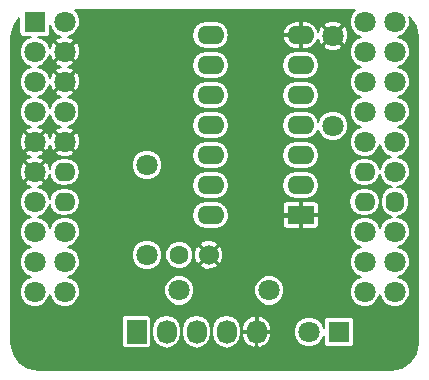
<source format=gtl>
G04 #@! TF.FileFunction,Copper,L1,Top,Signal*
%FSLAX46Y46*%
G04 Gerber Fmt 4.6, Leading zero omitted, Abs format (unit mm)*
G04 Created by KiCad (PCBNEW (2015-08-16 BZR 6096)-product) date 16/08/2015 20:52:47*
%MOMM*%
G01*
G04 APERTURE LIST*
%ADD10C,0.200000*%
%ADD11O,1.727200X2.032000*%
%ADD12R,1.727200X2.032000*%
%ADD13R,1.800000X1.800000*%
%ADD14C,1.800000*%
%ADD15O,1.800000X1.600000*%
%ADD16O,1.600000X1.800000*%
%ADD17R,2.286000X1.574800*%
%ADD18O,2.286000X1.574800*%
%ADD19C,1.600000*%
%ADD20C,1.700000*%
%ADD21C,0.400000*%
%ADD22C,0.300000*%
%ADD23C,0.350000*%
%ADD24C,0.250000*%
G04 APERTURE END LIST*
D10*
D11*
X183790000Y-135500000D03*
X181250000Y-135500000D03*
X178710000Y-135500000D03*
X176170000Y-135500000D03*
D12*
X173630000Y-135500000D03*
D13*
X165000000Y-109250000D03*
D14*
X167540000Y-109250000D03*
X165000000Y-111790000D03*
X167540000Y-111790000D03*
X165000000Y-114330000D03*
X167540000Y-114330000D03*
X165000000Y-116870000D03*
X167540000Y-116870000D03*
X165000000Y-119410000D03*
X167540000Y-119410000D03*
X165000000Y-121950000D03*
D15*
X167540000Y-121950000D03*
D14*
X165000000Y-124490000D03*
D15*
X167540000Y-124490000D03*
D14*
X165000000Y-127030000D03*
X167540000Y-127030000D03*
X165000000Y-129570000D03*
X167540000Y-129570000D03*
X165000000Y-132110000D03*
X167540000Y-132110000D03*
X195480000Y-132110000D03*
X192940000Y-132110000D03*
X195480000Y-129570000D03*
X192940000Y-129570000D03*
X195480000Y-127030000D03*
X192940000Y-127030000D03*
D16*
X195480000Y-124490000D03*
D15*
X192940000Y-124490000D03*
D14*
X195480000Y-121950000D03*
D15*
X192940000Y-121950000D03*
D14*
X195480000Y-119410000D03*
X192940000Y-119410000D03*
X195480000Y-116870000D03*
X192940000Y-116870000D03*
X195480000Y-114330000D03*
X192940000Y-114330000D03*
X195480000Y-111790000D03*
X192940000Y-111790000D03*
X195480000Y-109250000D03*
X192940000Y-109250000D03*
D17*
X187521746Y-125636521D03*
D18*
X187521746Y-123096521D03*
X187521746Y-120556521D03*
X187521746Y-118016521D03*
X187521746Y-115476521D03*
X187521746Y-112936521D03*
X187521746Y-110396521D03*
X179901746Y-110396521D03*
X179901746Y-112936521D03*
X179901746Y-115476521D03*
X179901746Y-118016521D03*
X179901746Y-120556521D03*
X179901746Y-123096521D03*
X179901746Y-125636521D03*
D13*
X190770000Y-135500000D03*
D14*
X188230000Y-135500000D03*
D19*
X177250000Y-129000000D03*
D20*
X179750000Y-129000000D03*
D14*
X174500000Y-121380000D03*
X174500000Y-129000000D03*
X177250000Y-132000000D03*
X184870000Y-132000000D03*
X190250000Y-118060000D03*
X190250000Y-110440000D03*
D21*
X181250000Y-127500000D02*
X183500000Y-127500000D01*
X183500000Y-127500000D02*
X185363479Y-125636521D01*
D22*
X183790000Y-135500000D02*
X183790000Y-133040000D01*
X183790000Y-133040000D02*
X179750000Y-129000000D01*
D23*
X179750000Y-129000000D02*
X181250000Y-127500000D01*
D22*
X185363479Y-125636521D02*
X185250000Y-125523042D01*
X185250000Y-125523042D02*
X185250000Y-110750000D01*
X185250000Y-110750000D02*
X185603479Y-110396521D01*
X185603479Y-110396521D02*
X187521746Y-110396521D01*
X186712625Y-108500000D02*
X170830000Y-108500000D01*
X170830000Y-108500000D02*
X167540000Y-111790000D01*
X187521746Y-110396521D02*
X187521746Y-109309121D01*
X187521746Y-109309121D02*
X186712625Y-108500000D01*
X167540000Y-114330000D02*
X168439999Y-113430001D01*
X168439999Y-113430001D02*
X168439999Y-112689999D01*
X168439999Y-112689999D02*
X167540000Y-111790000D01*
X167540000Y-119410000D02*
X168840001Y-118109999D01*
X168840001Y-118109999D02*
X168840001Y-115630001D01*
X168840001Y-115630001D02*
X168439999Y-115229999D01*
X168439999Y-115229999D02*
X167540000Y-114330000D01*
X165000000Y-119410000D02*
X165899999Y-120309999D01*
X165899999Y-120309999D02*
X166640001Y-120309999D01*
X166640001Y-120309999D02*
X167540000Y-119410000D01*
X165000000Y-121950000D02*
X163715292Y-120665292D01*
X164100001Y-120309999D02*
X164070585Y-120309999D01*
X165000000Y-119410000D02*
X164100001Y-120309999D01*
X164070585Y-120309999D02*
X163715292Y-120665292D01*
D21*
X185363479Y-125636521D02*
X187521746Y-125636521D01*
D22*
X192940000Y-124490000D02*
X192940000Y-124560000D01*
D24*
X167540000Y-124490000D02*
X167550000Y-124500000D01*
D10*
G36*
X191855501Y-108523991D02*
X191660222Y-108994275D01*
X191659778Y-109503491D01*
X191854236Y-109974115D01*
X192213991Y-110334499D01*
X192661247Y-110520216D01*
X192215885Y-110704236D01*
X191855501Y-111063991D01*
X191660222Y-111534275D01*
X191659778Y-112043491D01*
X191854236Y-112514115D01*
X192213991Y-112874499D01*
X192661247Y-113060216D01*
X192215885Y-113244236D01*
X191855501Y-113603991D01*
X191660222Y-114074275D01*
X191659778Y-114583491D01*
X191854236Y-115054115D01*
X192213991Y-115414499D01*
X192661247Y-115600216D01*
X192215885Y-115784236D01*
X191855501Y-116143991D01*
X191660222Y-116614275D01*
X191659778Y-117123491D01*
X191854236Y-117594115D01*
X192213991Y-117954499D01*
X192661247Y-118140216D01*
X192215885Y-118324236D01*
X191855501Y-118683991D01*
X191660222Y-119154275D01*
X191659778Y-119663491D01*
X191854236Y-120134115D01*
X192213991Y-120494499D01*
X192684275Y-120689778D01*
X193193491Y-120690222D01*
X193664115Y-120495764D01*
X194024499Y-120136009D01*
X194210216Y-119688753D01*
X194394236Y-120134115D01*
X194753991Y-120494499D01*
X195201247Y-120680216D01*
X194755885Y-120864236D01*
X194395501Y-121223991D01*
X194200222Y-121694275D01*
X194200196Y-121724367D01*
X194155255Y-121498434D01*
X193899463Y-121115614D01*
X193516643Y-120859822D01*
X193065077Y-120770000D01*
X192814923Y-120770000D01*
X192363357Y-120859822D01*
X191980537Y-121115614D01*
X191724745Y-121498434D01*
X191634923Y-121950000D01*
X191724745Y-122401566D01*
X191980537Y-122784386D01*
X192363357Y-123040178D01*
X192814923Y-123130000D01*
X193065077Y-123130000D01*
X193516643Y-123040178D01*
X193899463Y-122784386D01*
X194155255Y-122401566D01*
X194199801Y-122177620D01*
X194199778Y-122203491D01*
X194394236Y-122674115D01*
X194753991Y-123034499D01*
X195224275Y-123229778D01*
X195254367Y-123229804D01*
X195028434Y-123274745D01*
X194645614Y-123530537D01*
X194389822Y-123913357D01*
X194300000Y-124364923D01*
X194300000Y-124615077D01*
X194389822Y-125066643D01*
X194645614Y-125449463D01*
X195028434Y-125705255D01*
X195252380Y-125749801D01*
X195226509Y-125749778D01*
X194755885Y-125944236D01*
X194395501Y-126303991D01*
X194209784Y-126751247D01*
X194025764Y-126305885D01*
X193666009Y-125945501D01*
X193195725Y-125750222D01*
X192686509Y-125749778D01*
X192215885Y-125944236D01*
X191855501Y-126303991D01*
X191660222Y-126774275D01*
X191659778Y-127283491D01*
X191854236Y-127754115D01*
X192213991Y-128114499D01*
X192661247Y-128300216D01*
X192215885Y-128484236D01*
X191855501Y-128843991D01*
X191660222Y-129314275D01*
X191659778Y-129823491D01*
X191854236Y-130294115D01*
X192213991Y-130654499D01*
X192661247Y-130840216D01*
X192215885Y-131024236D01*
X191855501Y-131383991D01*
X191660222Y-131854275D01*
X191659778Y-132363491D01*
X191854236Y-132834115D01*
X192213991Y-133194499D01*
X192684275Y-133389778D01*
X193193491Y-133390222D01*
X193664115Y-133195764D01*
X194024499Y-132836009D01*
X194210216Y-132388753D01*
X194394236Y-132834115D01*
X194753991Y-133194499D01*
X195224275Y-133389778D01*
X195733491Y-133390222D01*
X196204115Y-133195764D01*
X196564499Y-132836009D01*
X196759778Y-132365725D01*
X196760222Y-131856509D01*
X196565764Y-131385885D01*
X196206009Y-131025501D01*
X195758753Y-130839784D01*
X196204115Y-130655764D01*
X196564499Y-130296009D01*
X196759778Y-129825725D01*
X196760222Y-129316509D01*
X196565764Y-128845885D01*
X196206009Y-128485501D01*
X195758753Y-128299784D01*
X196204115Y-128115764D01*
X196564499Y-127756009D01*
X196759778Y-127285725D01*
X196760222Y-126776509D01*
X196565764Y-126305885D01*
X196206009Y-125945501D01*
X195735725Y-125750222D01*
X195705633Y-125750196D01*
X195931566Y-125705255D01*
X196314386Y-125449463D01*
X196570178Y-125066643D01*
X196660000Y-124615077D01*
X196660000Y-124364923D01*
X196570178Y-123913357D01*
X196314386Y-123530537D01*
X195931566Y-123274745D01*
X195707620Y-123230199D01*
X195733491Y-123230222D01*
X196204115Y-123035764D01*
X196564499Y-122676009D01*
X196759778Y-122205725D01*
X196760222Y-121696509D01*
X196565764Y-121225885D01*
X196206009Y-120865501D01*
X195758753Y-120679784D01*
X196204115Y-120495764D01*
X196564499Y-120136009D01*
X196759778Y-119665725D01*
X196760222Y-119156509D01*
X196565764Y-118685885D01*
X196206009Y-118325501D01*
X195758753Y-118139784D01*
X196204115Y-117955764D01*
X196564499Y-117596009D01*
X196759778Y-117125725D01*
X196760222Y-116616509D01*
X196565764Y-116145885D01*
X196206009Y-115785501D01*
X195758753Y-115599784D01*
X196204115Y-115415764D01*
X196564499Y-115056009D01*
X196759778Y-114585725D01*
X196760222Y-114076509D01*
X196565764Y-113605885D01*
X196206009Y-113245501D01*
X195758753Y-113059784D01*
X196204115Y-112875764D01*
X196564499Y-112516009D01*
X196759778Y-112045725D01*
X196760222Y-111536509D01*
X196565764Y-111065885D01*
X196206009Y-110705501D01*
X195758753Y-110519784D01*
X196204115Y-110335764D01*
X196564499Y-109976009D01*
X196759778Y-109505725D01*
X196760222Y-108996509D01*
X196709963Y-108874873D01*
X196808971Y-108941029D01*
X197286895Y-109656290D01*
X197470000Y-110576821D01*
X197470000Y-136423179D01*
X197286895Y-137343710D01*
X196808971Y-138058971D01*
X196093710Y-138536894D01*
X195173175Y-138720000D01*
X165326821Y-138720000D01*
X164406290Y-138536895D01*
X163691029Y-138058971D01*
X163213106Y-137343710D01*
X163030000Y-136423175D01*
X163030000Y-134484000D01*
X172378956Y-134484000D01*
X172378956Y-136516000D01*
X172405453Y-136656819D01*
X172488677Y-136786153D01*
X172615663Y-136872919D01*
X172766400Y-136903444D01*
X174493600Y-136903444D01*
X174634419Y-136876947D01*
X174763753Y-136793723D01*
X174850519Y-136666737D01*
X174881044Y-136516000D01*
X174881044Y-135320251D01*
X174926400Y-135320251D01*
X174926400Y-135679749D01*
X175021063Y-136155654D01*
X175290642Y-136559107D01*
X175694095Y-136828686D01*
X176170000Y-136923349D01*
X176645905Y-136828686D01*
X177049358Y-136559107D01*
X177318937Y-136155654D01*
X177413600Y-135679749D01*
X177413600Y-135320251D01*
X177466400Y-135320251D01*
X177466400Y-135679749D01*
X177561063Y-136155654D01*
X177830642Y-136559107D01*
X178234095Y-136828686D01*
X178710000Y-136923349D01*
X179185905Y-136828686D01*
X179589358Y-136559107D01*
X179858937Y-136155654D01*
X179953600Y-135679749D01*
X179953600Y-135320251D01*
X180006400Y-135320251D01*
X180006400Y-135679749D01*
X180101063Y-136155654D01*
X180370642Y-136559107D01*
X180774095Y-136828686D01*
X181250000Y-136923349D01*
X181725905Y-136828686D01*
X182129358Y-136559107D01*
X182398937Y-136155654D01*
X182493600Y-135679749D01*
X182493600Y-135575000D01*
X182546400Y-135575000D01*
X182546400Y-135727400D01*
X182669765Y-136197596D01*
X182963675Y-136584791D01*
X183383386Y-136830038D01*
X183521736Y-136866721D01*
X183715000Y-136798549D01*
X183715000Y-135575000D01*
X183865000Y-135575000D01*
X183865000Y-136798549D01*
X184058264Y-136866721D01*
X184196614Y-136830038D01*
X184616325Y-136584791D01*
X184910235Y-136197596D01*
X185026754Y-135753491D01*
X186949778Y-135753491D01*
X187144236Y-136224115D01*
X187503991Y-136584499D01*
X187974275Y-136779778D01*
X188483491Y-136780222D01*
X188954115Y-136585764D01*
X189314499Y-136226009D01*
X189482556Y-135821283D01*
X189482556Y-136400000D01*
X189509053Y-136540819D01*
X189592277Y-136670153D01*
X189719263Y-136756919D01*
X189870000Y-136787444D01*
X191670000Y-136787444D01*
X191810819Y-136760947D01*
X191940153Y-136677723D01*
X192026919Y-136550737D01*
X192057444Y-136400000D01*
X192057444Y-134600000D01*
X192030947Y-134459181D01*
X191947723Y-134329847D01*
X191820737Y-134243081D01*
X191670000Y-134212556D01*
X189870000Y-134212556D01*
X189729181Y-134239053D01*
X189599847Y-134322277D01*
X189513081Y-134449263D01*
X189482556Y-134600000D01*
X189482556Y-135179552D01*
X189315764Y-134775885D01*
X188956009Y-134415501D01*
X188485725Y-134220222D01*
X187976509Y-134219778D01*
X187505885Y-134414236D01*
X187145501Y-134773991D01*
X186950222Y-135244275D01*
X186949778Y-135753491D01*
X185026754Y-135753491D01*
X185033600Y-135727400D01*
X185033600Y-135575000D01*
X183865000Y-135575000D01*
X183715000Y-135575000D01*
X182546400Y-135575000D01*
X182493600Y-135575000D01*
X182493600Y-135320251D01*
X182484122Y-135272600D01*
X182546400Y-135272600D01*
X182546400Y-135425000D01*
X183715000Y-135425000D01*
X183715000Y-134201451D01*
X183865000Y-134201451D01*
X183865000Y-135425000D01*
X185033600Y-135425000D01*
X185033600Y-135272600D01*
X184910235Y-134802404D01*
X184616325Y-134415209D01*
X184196614Y-134169962D01*
X184058264Y-134133279D01*
X183865000Y-134201451D01*
X183715000Y-134201451D01*
X183521736Y-134133279D01*
X183383386Y-134169962D01*
X182963675Y-134415209D01*
X182669765Y-134802404D01*
X182546400Y-135272600D01*
X182484122Y-135272600D01*
X182398937Y-134844346D01*
X182129358Y-134440893D01*
X181725905Y-134171314D01*
X181250000Y-134076651D01*
X180774095Y-134171314D01*
X180370642Y-134440893D01*
X180101063Y-134844346D01*
X180006400Y-135320251D01*
X179953600Y-135320251D01*
X179858937Y-134844346D01*
X179589358Y-134440893D01*
X179185905Y-134171314D01*
X178710000Y-134076651D01*
X178234095Y-134171314D01*
X177830642Y-134440893D01*
X177561063Y-134844346D01*
X177466400Y-135320251D01*
X177413600Y-135320251D01*
X177318937Y-134844346D01*
X177049358Y-134440893D01*
X176645905Y-134171314D01*
X176170000Y-134076651D01*
X175694095Y-134171314D01*
X175290642Y-134440893D01*
X175021063Y-134844346D01*
X174926400Y-135320251D01*
X174881044Y-135320251D01*
X174881044Y-134484000D01*
X174854547Y-134343181D01*
X174771323Y-134213847D01*
X174644337Y-134127081D01*
X174493600Y-134096556D01*
X172766400Y-134096556D01*
X172625581Y-134123053D01*
X172496247Y-134206277D01*
X172409481Y-134333263D01*
X172378956Y-134484000D01*
X163030000Y-134484000D01*
X163030000Y-124743491D01*
X163719778Y-124743491D01*
X163914236Y-125214115D01*
X164273991Y-125574499D01*
X164721247Y-125760216D01*
X164275885Y-125944236D01*
X163915501Y-126303991D01*
X163720222Y-126774275D01*
X163719778Y-127283491D01*
X163914236Y-127754115D01*
X164273991Y-128114499D01*
X164721247Y-128300216D01*
X164275885Y-128484236D01*
X163915501Y-128843991D01*
X163720222Y-129314275D01*
X163719778Y-129823491D01*
X163914236Y-130294115D01*
X164273991Y-130654499D01*
X164721247Y-130840216D01*
X164275885Y-131024236D01*
X163915501Y-131383991D01*
X163720222Y-131854275D01*
X163719778Y-132363491D01*
X163914236Y-132834115D01*
X164273991Y-133194499D01*
X164744275Y-133389778D01*
X165253491Y-133390222D01*
X165724115Y-133195764D01*
X166084499Y-132836009D01*
X166270216Y-132388753D01*
X166454236Y-132834115D01*
X166813991Y-133194499D01*
X167284275Y-133389778D01*
X167793491Y-133390222D01*
X168264115Y-133195764D01*
X168624499Y-132836009D01*
X168819778Y-132365725D01*
X168819875Y-132253491D01*
X175969778Y-132253491D01*
X176164236Y-132724115D01*
X176523991Y-133084499D01*
X176994275Y-133279778D01*
X177503491Y-133280222D01*
X177974115Y-133085764D01*
X178334499Y-132726009D01*
X178529778Y-132255725D01*
X178529779Y-132253491D01*
X183589778Y-132253491D01*
X183784236Y-132724115D01*
X184143991Y-133084499D01*
X184614275Y-133279778D01*
X185123491Y-133280222D01*
X185594115Y-133085764D01*
X185954499Y-132726009D01*
X186149778Y-132255725D01*
X186150222Y-131746509D01*
X185955764Y-131275885D01*
X185596009Y-130915501D01*
X185125725Y-130720222D01*
X184616509Y-130719778D01*
X184145885Y-130914236D01*
X183785501Y-131273991D01*
X183590222Y-131744275D01*
X183589778Y-132253491D01*
X178529779Y-132253491D01*
X178530222Y-131746509D01*
X178335764Y-131275885D01*
X177976009Y-130915501D01*
X177505725Y-130720222D01*
X176996509Y-130719778D01*
X176525885Y-130914236D01*
X176165501Y-131273991D01*
X175970222Y-131744275D01*
X175969778Y-132253491D01*
X168819875Y-132253491D01*
X168820222Y-131856509D01*
X168625764Y-131385885D01*
X168266009Y-131025501D01*
X167818753Y-130839784D01*
X168264115Y-130655764D01*
X168624499Y-130296009D01*
X168819778Y-129825725D01*
X168820222Y-129316509D01*
X168794184Y-129253491D01*
X173219778Y-129253491D01*
X173414236Y-129724115D01*
X173773991Y-130084499D01*
X174244275Y-130279778D01*
X174753491Y-130280222D01*
X175224115Y-130085764D01*
X175584499Y-129726009D01*
X175779778Y-129255725D01*
X175779797Y-129233687D01*
X176069795Y-129233687D01*
X176249061Y-129667543D01*
X176580711Y-129999772D01*
X177014254Y-130179795D01*
X177483687Y-130180205D01*
X177917543Y-130000939D01*
X178047787Y-129870921D01*
X178985145Y-129870921D01*
X179074856Y-130056853D01*
X179530688Y-130234771D01*
X180019909Y-130224707D01*
X180425144Y-130056853D01*
X180514855Y-129870921D01*
X179750000Y-129106066D01*
X178985145Y-129870921D01*
X178047787Y-129870921D01*
X178249772Y-129669289D01*
X178429795Y-129235746D01*
X178430192Y-128780688D01*
X178515229Y-128780688D01*
X178525293Y-129269909D01*
X178693147Y-129675144D01*
X178879079Y-129764855D01*
X179643934Y-129000000D01*
X179856066Y-129000000D01*
X180620921Y-129764855D01*
X180806853Y-129675144D01*
X180984771Y-129219312D01*
X180974707Y-128730091D01*
X180806853Y-128324856D01*
X180620921Y-128235145D01*
X179856066Y-129000000D01*
X179643934Y-129000000D01*
X178879079Y-128235145D01*
X178693147Y-128324856D01*
X178515229Y-128780688D01*
X178430192Y-128780688D01*
X178430205Y-128766313D01*
X178250939Y-128332457D01*
X178047916Y-128129079D01*
X178985145Y-128129079D01*
X179750000Y-128893934D01*
X180514855Y-128129079D01*
X180425144Y-127943147D01*
X179969312Y-127765229D01*
X179480091Y-127775293D01*
X179074856Y-127943147D01*
X178985145Y-128129079D01*
X178047916Y-128129079D01*
X177919289Y-128000228D01*
X177485746Y-127820205D01*
X177016313Y-127819795D01*
X176582457Y-127999061D01*
X176250228Y-128330711D01*
X176070205Y-128764254D01*
X176069795Y-129233687D01*
X175779797Y-129233687D01*
X175780222Y-128746509D01*
X175585764Y-128275885D01*
X175226009Y-127915501D01*
X174755725Y-127720222D01*
X174246509Y-127719778D01*
X173775885Y-127914236D01*
X173415501Y-128273991D01*
X173220222Y-128744275D01*
X173219778Y-129253491D01*
X168794184Y-129253491D01*
X168625764Y-128845885D01*
X168266009Y-128485501D01*
X167818753Y-128299784D01*
X168264115Y-128115764D01*
X168624499Y-127756009D01*
X168819778Y-127285725D01*
X168820222Y-126776509D01*
X168625764Y-126305885D01*
X168266009Y-125945501D01*
X167795725Y-125750222D01*
X167286509Y-125749778D01*
X166815885Y-125944236D01*
X166455501Y-126303991D01*
X166269784Y-126751247D01*
X166085764Y-126305885D01*
X165726009Y-125945501D01*
X165278753Y-125759784D01*
X165724115Y-125575764D01*
X166084499Y-125216009D01*
X166279778Y-124745725D01*
X166279804Y-124715633D01*
X166324745Y-124941566D01*
X166580537Y-125324386D01*
X166963357Y-125580178D01*
X167414923Y-125670000D01*
X167665077Y-125670000D01*
X167833387Y-125636521D01*
X178348909Y-125636521D01*
X178437772Y-126083266D01*
X178690833Y-126461997D01*
X179069564Y-126715058D01*
X179516309Y-126803921D01*
X180287183Y-126803921D01*
X180733928Y-126715058D01*
X181112659Y-126461997D01*
X181365720Y-126083266D01*
X181420767Y-125806521D01*
X185998746Y-125806521D01*
X185998746Y-126499508D01*
X186056598Y-126639174D01*
X186163494Y-126746070D01*
X186303160Y-126803921D01*
X187351746Y-126803921D01*
X187446746Y-126708921D01*
X187446746Y-125711521D01*
X187596746Y-125711521D01*
X187596746Y-126708921D01*
X187691746Y-126803921D01*
X188740332Y-126803921D01*
X188879998Y-126746070D01*
X188986894Y-126639174D01*
X189044746Y-126499508D01*
X189044746Y-125806521D01*
X188949746Y-125711521D01*
X187596746Y-125711521D01*
X187446746Y-125711521D01*
X186093746Y-125711521D01*
X185998746Y-125806521D01*
X181420767Y-125806521D01*
X181454583Y-125636521D01*
X181365720Y-125189776D01*
X181112659Y-124811045D01*
X181056521Y-124773534D01*
X185998746Y-124773534D01*
X185998746Y-125466521D01*
X186093746Y-125561521D01*
X187446746Y-125561521D01*
X187446746Y-124564121D01*
X187596746Y-124564121D01*
X187596746Y-125561521D01*
X188949746Y-125561521D01*
X189044746Y-125466521D01*
X189044746Y-124773534D01*
X188986894Y-124633868D01*
X188879998Y-124526972D01*
X188790739Y-124490000D01*
X191634923Y-124490000D01*
X191724745Y-124941566D01*
X191980537Y-125324386D01*
X192363357Y-125580178D01*
X192814923Y-125670000D01*
X193065077Y-125670000D01*
X193516643Y-125580178D01*
X193899463Y-125324386D01*
X194155255Y-124941566D01*
X194245077Y-124490000D01*
X194155255Y-124038434D01*
X193899463Y-123655614D01*
X193516643Y-123399822D01*
X193065077Y-123310000D01*
X192814923Y-123310000D01*
X192363357Y-123399822D01*
X191980537Y-123655614D01*
X191724745Y-124038434D01*
X191634923Y-124490000D01*
X188790739Y-124490000D01*
X188740332Y-124469121D01*
X187691746Y-124469121D01*
X187596746Y-124564121D01*
X187446746Y-124564121D01*
X187351746Y-124469121D01*
X186303160Y-124469121D01*
X186163494Y-124526972D01*
X186056598Y-124633868D01*
X185998746Y-124773534D01*
X181056521Y-124773534D01*
X180733928Y-124557984D01*
X180287183Y-124469121D01*
X179516309Y-124469121D01*
X179069564Y-124557984D01*
X178690833Y-124811045D01*
X178437772Y-125189776D01*
X178348909Y-125636521D01*
X167833387Y-125636521D01*
X168116643Y-125580178D01*
X168499463Y-125324386D01*
X168755255Y-124941566D01*
X168845077Y-124490000D01*
X168755255Y-124038434D01*
X168499463Y-123655614D01*
X168116643Y-123399822D01*
X167665077Y-123310000D01*
X167414923Y-123310000D01*
X166963357Y-123399822D01*
X166580537Y-123655614D01*
X166324745Y-124038434D01*
X166280199Y-124262380D01*
X166280222Y-124236509D01*
X166085764Y-123765885D01*
X165726009Y-123405501D01*
X165284790Y-123222291D01*
X165705161Y-123048168D01*
X165800976Y-122857042D01*
X165000000Y-122056066D01*
X164199024Y-122857042D01*
X164294839Y-123048168D01*
X164726785Y-123217928D01*
X164275885Y-123404236D01*
X163915501Y-123763991D01*
X163720222Y-124234275D01*
X163719778Y-124743491D01*
X163030000Y-124743491D01*
X163030000Y-121718768D01*
X163715572Y-121718768D01*
X163724855Y-122227899D01*
X163901832Y-122655161D01*
X164092958Y-122750976D01*
X164893934Y-121950000D01*
X165106066Y-121950000D01*
X165907042Y-122750976D01*
X166098168Y-122655161D01*
X166282097Y-122187162D01*
X166324745Y-122401566D01*
X166580537Y-122784386D01*
X166963357Y-123040178D01*
X167414923Y-123130000D01*
X167665077Y-123130000D01*
X167833387Y-123096521D01*
X178348909Y-123096521D01*
X178437772Y-123543266D01*
X178690833Y-123921997D01*
X179069564Y-124175058D01*
X179516309Y-124263921D01*
X180287183Y-124263921D01*
X180733928Y-124175058D01*
X181112659Y-123921997D01*
X181365720Y-123543266D01*
X181454583Y-123096521D01*
X185968909Y-123096521D01*
X186057772Y-123543266D01*
X186310833Y-123921997D01*
X186689564Y-124175058D01*
X187136309Y-124263921D01*
X187907183Y-124263921D01*
X188353928Y-124175058D01*
X188732659Y-123921997D01*
X188985720Y-123543266D01*
X189074583Y-123096521D01*
X188985720Y-122649776D01*
X188732659Y-122271045D01*
X188353928Y-122017984D01*
X187907183Y-121929121D01*
X187136309Y-121929121D01*
X186689564Y-122017984D01*
X186310833Y-122271045D01*
X186057772Y-122649776D01*
X185968909Y-123096521D01*
X181454583Y-123096521D01*
X181365720Y-122649776D01*
X181112659Y-122271045D01*
X180733928Y-122017984D01*
X180287183Y-121929121D01*
X179516309Y-121929121D01*
X179069564Y-122017984D01*
X178690833Y-122271045D01*
X178437772Y-122649776D01*
X178348909Y-123096521D01*
X167833387Y-123096521D01*
X168116643Y-123040178D01*
X168499463Y-122784386D01*
X168755255Y-122401566D01*
X168845077Y-121950000D01*
X168782120Y-121633491D01*
X173219778Y-121633491D01*
X173414236Y-122104115D01*
X173773991Y-122464499D01*
X174244275Y-122659778D01*
X174753491Y-122660222D01*
X175224115Y-122465764D01*
X175584499Y-122106009D01*
X175779778Y-121635725D01*
X175780222Y-121126509D01*
X175585764Y-120655885D01*
X175486574Y-120556521D01*
X178348909Y-120556521D01*
X178437772Y-121003266D01*
X178690833Y-121381997D01*
X179069564Y-121635058D01*
X179516309Y-121723921D01*
X180287183Y-121723921D01*
X180733928Y-121635058D01*
X181112659Y-121381997D01*
X181365720Y-121003266D01*
X181454583Y-120556521D01*
X185968909Y-120556521D01*
X186057772Y-121003266D01*
X186310833Y-121381997D01*
X186689564Y-121635058D01*
X187136309Y-121723921D01*
X187907183Y-121723921D01*
X188353928Y-121635058D01*
X188732659Y-121381997D01*
X188985720Y-121003266D01*
X189074583Y-120556521D01*
X188985720Y-120109776D01*
X188732659Y-119731045D01*
X188353928Y-119477984D01*
X187907183Y-119389121D01*
X187136309Y-119389121D01*
X186689564Y-119477984D01*
X186310833Y-119731045D01*
X186057772Y-120109776D01*
X185968909Y-120556521D01*
X181454583Y-120556521D01*
X181365720Y-120109776D01*
X181112659Y-119731045D01*
X180733928Y-119477984D01*
X180287183Y-119389121D01*
X179516309Y-119389121D01*
X179069564Y-119477984D01*
X178690833Y-119731045D01*
X178437772Y-120109776D01*
X178348909Y-120556521D01*
X175486574Y-120556521D01*
X175226009Y-120295501D01*
X174755725Y-120100222D01*
X174246509Y-120099778D01*
X173775885Y-120294236D01*
X173415501Y-120653991D01*
X173220222Y-121124275D01*
X173219778Y-121633491D01*
X168782120Y-121633491D01*
X168755255Y-121498434D01*
X168499463Y-121115614D01*
X168116643Y-120859822D01*
X167665077Y-120770000D01*
X167414923Y-120770000D01*
X166963357Y-120859822D01*
X166580537Y-121115614D01*
X166324745Y-121498434D01*
X166276409Y-121741435D01*
X166275145Y-121672101D01*
X166098168Y-121244839D01*
X165907042Y-121149024D01*
X165106066Y-121950000D01*
X164893934Y-121950000D01*
X164092958Y-121149024D01*
X163901832Y-121244839D01*
X163715572Y-121718768D01*
X163030000Y-121718768D01*
X163030000Y-120317042D01*
X164199024Y-120317042D01*
X164294839Y-120508168D01*
X164720574Y-120675487D01*
X164294839Y-120851832D01*
X164199024Y-121042958D01*
X165000000Y-121843934D01*
X165800976Y-121042958D01*
X165705161Y-120851832D01*
X165279426Y-120684513D01*
X165705161Y-120508168D01*
X165800976Y-120317042D01*
X166739024Y-120317042D01*
X166834839Y-120508168D01*
X167308768Y-120694428D01*
X167817899Y-120685145D01*
X168245161Y-120508168D01*
X168340976Y-120317042D01*
X167540000Y-119516066D01*
X166739024Y-120317042D01*
X165800976Y-120317042D01*
X165000000Y-119516066D01*
X164199024Y-120317042D01*
X163030000Y-120317042D01*
X163030000Y-119178768D01*
X163715572Y-119178768D01*
X163724855Y-119687899D01*
X163901832Y-120115161D01*
X164092958Y-120210976D01*
X164893934Y-119410000D01*
X165106066Y-119410000D01*
X165907042Y-120210976D01*
X166098168Y-120115161D01*
X166265487Y-119689426D01*
X166441832Y-120115161D01*
X166632958Y-120210976D01*
X167433934Y-119410000D01*
X167646066Y-119410000D01*
X168447042Y-120210976D01*
X168638168Y-120115161D01*
X168824428Y-119641232D01*
X168815145Y-119132101D01*
X168638168Y-118704839D01*
X168447042Y-118609024D01*
X167646066Y-119410000D01*
X167433934Y-119410000D01*
X166632958Y-118609024D01*
X166441832Y-118704839D01*
X166274513Y-119130574D01*
X166098168Y-118704839D01*
X165907042Y-118609024D01*
X165106066Y-119410000D01*
X164893934Y-119410000D01*
X164092958Y-118609024D01*
X163901832Y-118704839D01*
X163715572Y-119178768D01*
X163030000Y-119178768D01*
X163030000Y-110576825D01*
X163213106Y-109656290D01*
X163691029Y-108941029D01*
X163712556Y-108926644D01*
X163712556Y-110150000D01*
X163739053Y-110290819D01*
X163822277Y-110420153D01*
X163949263Y-110506919D01*
X164100000Y-110537444D01*
X164679552Y-110537444D01*
X164275885Y-110704236D01*
X163915501Y-111063991D01*
X163720222Y-111534275D01*
X163719778Y-112043491D01*
X163914236Y-112514115D01*
X164273991Y-112874499D01*
X164721247Y-113060216D01*
X164275885Y-113244236D01*
X163915501Y-113603991D01*
X163720222Y-114074275D01*
X163719778Y-114583491D01*
X163914236Y-115054115D01*
X164273991Y-115414499D01*
X164721247Y-115600216D01*
X164275885Y-115784236D01*
X163915501Y-116143991D01*
X163720222Y-116614275D01*
X163719778Y-117123491D01*
X163914236Y-117594115D01*
X164273991Y-117954499D01*
X164715210Y-118137709D01*
X164294839Y-118311832D01*
X164199024Y-118502958D01*
X165000000Y-119303934D01*
X165800976Y-118502958D01*
X165705161Y-118311832D01*
X165273215Y-118142072D01*
X165724115Y-117955764D01*
X166084499Y-117596009D01*
X166270216Y-117148753D01*
X166454236Y-117594115D01*
X166813991Y-117954499D01*
X167255210Y-118137709D01*
X166834839Y-118311832D01*
X166739024Y-118502958D01*
X167540000Y-119303934D01*
X168340976Y-118502958D01*
X168245161Y-118311832D01*
X167813215Y-118142072D01*
X168117071Y-118016521D01*
X178348909Y-118016521D01*
X178437772Y-118463266D01*
X178690833Y-118841997D01*
X179069564Y-119095058D01*
X179516309Y-119183921D01*
X180287183Y-119183921D01*
X180733928Y-119095058D01*
X181112659Y-118841997D01*
X181365720Y-118463266D01*
X181454583Y-118016521D01*
X185968909Y-118016521D01*
X186057772Y-118463266D01*
X186310833Y-118841997D01*
X186689564Y-119095058D01*
X187136309Y-119183921D01*
X187907183Y-119183921D01*
X188353928Y-119095058D01*
X188732659Y-118841997D01*
X188985720Y-118463266D01*
X189000650Y-118388207D01*
X189164236Y-118784115D01*
X189523991Y-119144499D01*
X189994275Y-119339778D01*
X190503491Y-119340222D01*
X190974115Y-119145764D01*
X191334499Y-118786009D01*
X191529778Y-118315725D01*
X191530222Y-117806509D01*
X191335764Y-117335885D01*
X190976009Y-116975501D01*
X190505725Y-116780222D01*
X189996509Y-116779778D01*
X189525885Y-116974236D01*
X189165501Y-117333991D01*
X189012238Y-117703090D01*
X188985720Y-117569776D01*
X188732659Y-117191045D01*
X188353928Y-116937984D01*
X187907183Y-116849121D01*
X187136309Y-116849121D01*
X186689564Y-116937984D01*
X186310833Y-117191045D01*
X186057772Y-117569776D01*
X185968909Y-118016521D01*
X181454583Y-118016521D01*
X181365720Y-117569776D01*
X181112659Y-117191045D01*
X180733928Y-116937984D01*
X180287183Y-116849121D01*
X179516309Y-116849121D01*
X179069564Y-116937984D01*
X178690833Y-117191045D01*
X178437772Y-117569776D01*
X178348909Y-118016521D01*
X168117071Y-118016521D01*
X168264115Y-117955764D01*
X168624499Y-117596009D01*
X168819778Y-117125725D01*
X168820222Y-116616509D01*
X168625764Y-116145885D01*
X168266009Y-115785501D01*
X167824790Y-115602291D01*
X168128426Y-115476521D01*
X178348909Y-115476521D01*
X178437772Y-115923266D01*
X178690833Y-116301997D01*
X179069564Y-116555058D01*
X179516309Y-116643921D01*
X180287183Y-116643921D01*
X180733928Y-116555058D01*
X181112659Y-116301997D01*
X181365720Y-115923266D01*
X181454583Y-115476521D01*
X185968909Y-115476521D01*
X186057772Y-115923266D01*
X186310833Y-116301997D01*
X186689564Y-116555058D01*
X187136309Y-116643921D01*
X187907183Y-116643921D01*
X188353928Y-116555058D01*
X188732659Y-116301997D01*
X188985720Y-115923266D01*
X189074583Y-115476521D01*
X188985720Y-115029776D01*
X188732659Y-114651045D01*
X188353928Y-114397984D01*
X187907183Y-114309121D01*
X187136309Y-114309121D01*
X186689564Y-114397984D01*
X186310833Y-114651045D01*
X186057772Y-115029776D01*
X185968909Y-115476521D01*
X181454583Y-115476521D01*
X181365720Y-115029776D01*
X181112659Y-114651045D01*
X180733928Y-114397984D01*
X180287183Y-114309121D01*
X179516309Y-114309121D01*
X179069564Y-114397984D01*
X178690833Y-114651045D01*
X178437772Y-115029776D01*
X178348909Y-115476521D01*
X168128426Y-115476521D01*
X168245161Y-115428168D01*
X168340976Y-115237042D01*
X167540000Y-114436066D01*
X166739024Y-115237042D01*
X166834839Y-115428168D01*
X167266785Y-115597928D01*
X166815885Y-115784236D01*
X166455501Y-116143991D01*
X166269784Y-116591247D01*
X166085764Y-116145885D01*
X165726009Y-115785501D01*
X165278753Y-115599784D01*
X165724115Y-115415764D01*
X166084499Y-115056009D01*
X166267709Y-114614790D01*
X166441832Y-115035161D01*
X166632958Y-115130976D01*
X167433934Y-114330000D01*
X167646066Y-114330000D01*
X168447042Y-115130976D01*
X168638168Y-115035161D01*
X168824428Y-114561232D01*
X168815145Y-114052101D01*
X168638168Y-113624839D01*
X168447042Y-113529024D01*
X167646066Y-114330000D01*
X167433934Y-114330000D01*
X166632958Y-113529024D01*
X166441832Y-113624839D01*
X166272072Y-114056785D01*
X166085764Y-113605885D01*
X165726009Y-113245501D01*
X165278753Y-113059784D01*
X165724115Y-112875764D01*
X165903149Y-112697042D01*
X166739024Y-112697042D01*
X166834839Y-112888168D01*
X167260574Y-113055487D01*
X166834839Y-113231832D01*
X166739024Y-113422958D01*
X167540000Y-114223934D01*
X168340976Y-113422958D01*
X168245161Y-113231832D01*
X167819426Y-113064513D01*
X168128426Y-112936521D01*
X178348909Y-112936521D01*
X178437772Y-113383266D01*
X178690833Y-113761997D01*
X179069564Y-114015058D01*
X179516309Y-114103921D01*
X180287183Y-114103921D01*
X180733928Y-114015058D01*
X181112659Y-113761997D01*
X181365720Y-113383266D01*
X181454583Y-112936521D01*
X185968909Y-112936521D01*
X186057772Y-113383266D01*
X186310833Y-113761997D01*
X186689564Y-114015058D01*
X187136309Y-114103921D01*
X187907183Y-114103921D01*
X188353928Y-114015058D01*
X188732659Y-113761997D01*
X188985720Y-113383266D01*
X189074583Y-112936521D01*
X188985720Y-112489776D01*
X188732659Y-112111045D01*
X188353928Y-111857984D01*
X187907183Y-111769121D01*
X187136309Y-111769121D01*
X186689564Y-111857984D01*
X186310833Y-112111045D01*
X186057772Y-112489776D01*
X185968909Y-112936521D01*
X181454583Y-112936521D01*
X181365720Y-112489776D01*
X181112659Y-112111045D01*
X180733928Y-111857984D01*
X180287183Y-111769121D01*
X179516309Y-111769121D01*
X179069564Y-111857984D01*
X178690833Y-112111045D01*
X178437772Y-112489776D01*
X178348909Y-112936521D01*
X168128426Y-112936521D01*
X168245161Y-112888168D01*
X168340976Y-112697042D01*
X167540000Y-111896066D01*
X166739024Y-112697042D01*
X165903149Y-112697042D01*
X166084499Y-112516009D01*
X166267709Y-112074790D01*
X166441832Y-112495161D01*
X166632958Y-112590976D01*
X167433934Y-111790000D01*
X167646066Y-111790000D01*
X168447042Y-112590976D01*
X168638168Y-112495161D01*
X168824428Y-112021232D01*
X168815145Y-111512101D01*
X168638168Y-111084839D01*
X168447042Y-110989024D01*
X167646066Y-111790000D01*
X167433934Y-111790000D01*
X166632958Y-110989024D01*
X166441832Y-111084839D01*
X166272072Y-111516785D01*
X166085764Y-111065885D01*
X165726009Y-110705501D01*
X165321283Y-110537444D01*
X165900000Y-110537444D01*
X166040819Y-110510947D01*
X166170153Y-110427723D01*
X166256919Y-110300737D01*
X166287444Y-110150000D01*
X166287444Y-109570448D01*
X166454236Y-109974115D01*
X166813991Y-110334499D01*
X167255210Y-110517709D01*
X166834839Y-110691832D01*
X166739024Y-110882958D01*
X167540000Y-111683934D01*
X168340976Y-110882958D01*
X168245161Y-110691832D01*
X167813215Y-110522072D01*
X168117071Y-110396521D01*
X178348909Y-110396521D01*
X178437772Y-110843266D01*
X178690833Y-111221997D01*
X179069564Y-111475058D01*
X179516309Y-111563921D01*
X180287183Y-111563921D01*
X180733928Y-111475058D01*
X181112659Y-111221997D01*
X181365720Y-110843266D01*
X181403597Y-110652842D01*
X186027234Y-110652842D01*
X186058907Y-110773975D01*
X186287636Y-111168965D01*
X186650110Y-111446357D01*
X187091146Y-111563921D01*
X187446746Y-111563921D01*
X187446746Y-110471521D01*
X186096372Y-110471521D01*
X186027234Y-110652842D01*
X181403597Y-110652842D01*
X181454583Y-110396521D01*
X181403598Y-110140200D01*
X186027234Y-110140200D01*
X186096372Y-110321521D01*
X187446746Y-110321521D01*
X187446746Y-109229121D01*
X187596746Y-109229121D01*
X187596746Y-110321521D01*
X187616746Y-110321521D01*
X187616746Y-110471521D01*
X187596746Y-110471521D01*
X187596746Y-111563921D01*
X187952346Y-111563921D01*
X188393382Y-111446357D01*
X188523159Y-111347042D01*
X189449024Y-111347042D01*
X189544839Y-111538168D01*
X190018768Y-111724428D01*
X190527899Y-111715145D01*
X190955161Y-111538168D01*
X191050976Y-111347042D01*
X190250000Y-110546066D01*
X189449024Y-111347042D01*
X188523159Y-111347042D01*
X188755856Y-111168965D01*
X188984585Y-110773975D01*
X188989808Y-110753999D01*
X189151832Y-111145161D01*
X189342958Y-111240976D01*
X190143934Y-110440000D01*
X190356066Y-110440000D01*
X191157042Y-111240976D01*
X191348168Y-111145161D01*
X191534428Y-110671232D01*
X191525145Y-110162101D01*
X191348168Y-109734839D01*
X191157042Y-109639024D01*
X190356066Y-110440000D01*
X190143934Y-110440000D01*
X189342958Y-109639024D01*
X189151832Y-109734839D01*
X189006774Y-110103930D01*
X188984585Y-110019067D01*
X188755856Y-109624077D01*
X188636789Y-109532958D01*
X189449024Y-109532958D01*
X190250000Y-110333934D01*
X191050976Y-109532958D01*
X190955161Y-109341832D01*
X190481232Y-109155572D01*
X189972101Y-109164855D01*
X189544839Y-109341832D01*
X189449024Y-109532958D01*
X188636789Y-109532958D01*
X188393382Y-109346685D01*
X187952346Y-109229121D01*
X187596746Y-109229121D01*
X187446746Y-109229121D01*
X187091146Y-109229121D01*
X186650110Y-109346685D01*
X186287636Y-109624077D01*
X186058907Y-110019067D01*
X186027234Y-110140200D01*
X181403598Y-110140200D01*
X181365720Y-109949776D01*
X181112659Y-109571045D01*
X180733928Y-109317984D01*
X180287183Y-109229121D01*
X179516309Y-109229121D01*
X179069564Y-109317984D01*
X178690833Y-109571045D01*
X178437772Y-109949776D01*
X178348909Y-110396521D01*
X168117071Y-110396521D01*
X168264115Y-110335764D01*
X168624499Y-109976009D01*
X168819778Y-109505725D01*
X168820222Y-108996509D01*
X168625764Y-108525885D01*
X168380308Y-108280000D01*
X192099919Y-108280000D01*
X191855501Y-108523991D01*
X191855501Y-108523991D01*
G37*
X191855501Y-108523991D02*
X191660222Y-108994275D01*
X191659778Y-109503491D01*
X191854236Y-109974115D01*
X192213991Y-110334499D01*
X192661247Y-110520216D01*
X192215885Y-110704236D01*
X191855501Y-111063991D01*
X191660222Y-111534275D01*
X191659778Y-112043491D01*
X191854236Y-112514115D01*
X192213991Y-112874499D01*
X192661247Y-113060216D01*
X192215885Y-113244236D01*
X191855501Y-113603991D01*
X191660222Y-114074275D01*
X191659778Y-114583491D01*
X191854236Y-115054115D01*
X192213991Y-115414499D01*
X192661247Y-115600216D01*
X192215885Y-115784236D01*
X191855501Y-116143991D01*
X191660222Y-116614275D01*
X191659778Y-117123491D01*
X191854236Y-117594115D01*
X192213991Y-117954499D01*
X192661247Y-118140216D01*
X192215885Y-118324236D01*
X191855501Y-118683991D01*
X191660222Y-119154275D01*
X191659778Y-119663491D01*
X191854236Y-120134115D01*
X192213991Y-120494499D01*
X192684275Y-120689778D01*
X193193491Y-120690222D01*
X193664115Y-120495764D01*
X194024499Y-120136009D01*
X194210216Y-119688753D01*
X194394236Y-120134115D01*
X194753991Y-120494499D01*
X195201247Y-120680216D01*
X194755885Y-120864236D01*
X194395501Y-121223991D01*
X194200222Y-121694275D01*
X194200196Y-121724367D01*
X194155255Y-121498434D01*
X193899463Y-121115614D01*
X193516643Y-120859822D01*
X193065077Y-120770000D01*
X192814923Y-120770000D01*
X192363357Y-120859822D01*
X191980537Y-121115614D01*
X191724745Y-121498434D01*
X191634923Y-121950000D01*
X191724745Y-122401566D01*
X191980537Y-122784386D01*
X192363357Y-123040178D01*
X192814923Y-123130000D01*
X193065077Y-123130000D01*
X193516643Y-123040178D01*
X193899463Y-122784386D01*
X194155255Y-122401566D01*
X194199801Y-122177620D01*
X194199778Y-122203491D01*
X194394236Y-122674115D01*
X194753991Y-123034499D01*
X195224275Y-123229778D01*
X195254367Y-123229804D01*
X195028434Y-123274745D01*
X194645614Y-123530537D01*
X194389822Y-123913357D01*
X194300000Y-124364923D01*
X194300000Y-124615077D01*
X194389822Y-125066643D01*
X194645614Y-125449463D01*
X195028434Y-125705255D01*
X195252380Y-125749801D01*
X195226509Y-125749778D01*
X194755885Y-125944236D01*
X194395501Y-126303991D01*
X194209784Y-126751247D01*
X194025764Y-126305885D01*
X193666009Y-125945501D01*
X193195725Y-125750222D01*
X192686509Y-125749778D01*
X192215885Y-125944236D01*
X191855501Y-126303991D01*
X191660222Y-126774275D01*
X191659778Y-127283491D01*
X191854236Y-127754115D01*
X192213991Y-128114499D01*
X192661247Y-128300216D01*
X192215885Y-128484236D01*
X191855501Y-128843991D01*
X191660222Y-129314275D01*
X191659778Y-129823491D01*
X191854236Y-130294115D01*
X192213991Y-130654499D01*
X192661247Y-130840216D01*
X192215885Y-131024236D01*
X191855501Y-131383991D01*
X191660222Y-131854275D01*
X191659778Y-132363491D01*
X191854236Y-132834115D01*
X192213991Y-133194499D01*
X192684275Y-133389778D01*
X193193491Y-133390222D01*
X193664115Y-133195764D01*
X194024499Y-132836009D01*
X194210216Y-132388753D01*
X194394236Y-132834115D01*
X194753991Y-133194499D01*
X195224275Y-133389778D01*
X195733491Y-133390222D01*
X196204115Y-133195764D01*
X196564499Y-132836009D01*
X196759778Y-132365725D01*
X196760222Y-131856509D01*
X196565764Y-131385885D01*
X196206009Y-131025501D01*
X195758753Y-130839784D01*
X196204115Y-130655764D01*
X196564499Y-130296009D01*
X196759778Y-129825725D01*
X196760222Y-129316509D01*
X196565764Y-128845885D01*
X196206009Y-128485501D01*
X195758753Y-128299784D01*
X196204115Y-128115764D01*
X196564499Y-127756009D01*
X196759778Y-127285725D01*
X196760222Y-126776509D01*
X196565764Y-126305885D01*
X196206009Y-125945501D01*
X195735725Y-125750222D01*
X195705633Y-125750196D01*
X195931566Y-125705255D01*
X196314386Y-125449463D01*
X196570178Y-125066643D01*
X196660000Y-124615077D01*
X196660000Y-124364923D01*
X196570178Y-123913357D01*
X196314386Y-123530537D01*
X195931566Y-123274745D01*
X195707620Y-123230199D01*
X195733491Y-123230222D01*
X196204115Y-123035764D01*
X196564499Y-122676009D01*
X196759778Y-122205725D01*
X196760222Y-121696509D01*
X196565764Y-121225885D01*
X196206009Y-120865501D01*
X195758753Y-120679784D01*
X196204115Y-120495764D01*
X196564499Y-120136009D01*
X196759778Y-119665725D01*
X196760222Y-119156509D01*
X196565764Y-118685885D01*
X196206009Y-118325501D01*
X195758753Y-118139784D01*
X196204115Y-117955764D01*
X196564499Y-117596009D01*
X196759778Y-117125725D01*
X196760222Y-116616509D01*
X196565764Y-116145885D01*
X196206009Y-115785501D01*
X195758753Y-115599784D01*
X196204115Y-115415764D01*
X196564499Y-115056009D01*
X196759778Y-114585725D01*
X196760222Y-114076509D01*
X196565764Y-113605885D01*
X196206009Y-113245501D01*
X195758753Y-113059784D01*
X196204115Y-112875764D01*
X196564499Y-112516009D01*
X196759778Y-112045725D01*
X196760222Y-111536509D01*
X196565764Y-111065885D01*
X196206009Y-110705501D01*
X195758753Y-110519784D01*
X196204115Y-110335764D01*
X196564499Y-109976009D01*
X196759778Y-109505725D01*
X196760222Y-108996509D01*
X196709963Y-108874873D01*
X196808971Y-108941029D01*
X197286895Y-109656290D01*
X197470000Y-110576821D01*
X197470000Y-136423179D01*
X197286895Y-137343710D01*
X196808971Y-138058971D01*
X196093710Y-138536894D01*
X195173175Y-138720000D01*
X165326821Y-138720000D01*
X164406290Y-138536895D01*
X163691029Y-138058971D01*
X163213106Y-137343710D01*
X163030000Y-136423175D01*
X163030000Y-134484000D01*
X172378956Y-134484000D01*
X172378956Y-136516000D01*
X172405453Y-136656819D01*
X172488677Y-136786153D01*
X172615663Y-136872919D01*
X172766400Y-136903444D01*
X174493600Y-136903444D01*
X174634419Y-136876947D01*
X174763753Y-136793723D01*
X174850519Y-136666737D01*
X174881044Y-136516000D01*
X174881044Y-135320251D01*
X174926400Y-135320251D01*
X174926400Y-135679749D01*
X175021063Y-136155654D01*
X175290642Y-136559107D01*
X175694095Y-136828686D01*
X176170000Y-136923349D01*
X176645905Y-136828686D01*
X177049358Y-136559107D01*
X177318937Y-136155654D01*
X177413600Y-135679749D01*
X177413600Y-135320251D01*
X177466400Y-135320251D01*
X177466400Y-135679749D01*
X177561063Y-136155654D01*
X177830642Y-136559107D01*
X178234095Y-136828686D01*
X178710000Y-136923349D01*
X179185905Y-136828686D01*
X179589358Y-136559107D01*
X179858937Y-136155654D01*
X179953600Y-135679749D01*
X179953600Y-135320251D01*
X180006400Y-135320251D01*
X180006400Y-135679749D01*
X180101063Y-136155654D01*
X180370642Y-136559107D01*
X180774095Y-136828686D01*
X181250000Y-136923349D01*
X181725905Y-136828686D01*
X182129358Y-136559107D01*
X182398937Y-136155654D01*
X182493600Y-135679749D01*
X182493600Y-135575000D01*
X182546400Y-135575000D01*
X182546400Y-135727400D01*
X182669765Y-136197596D01*
X182963675Y-136584791D01*
X183383386Y-136830038D01*
X183521736Y-136866721D01*
X183715000Y-136798549D01*
X183715000Y-135575000D01*
X183865000Y-135575000D01*
X183865000Y-136798549D01*
X184058264Y-136866721D01*
X184196614Y-136830038D01*
X184616325Y-136584791D01*
X184910235Y-136197596D01*
X185026754Y-135753491D01*
X186949778Y-135753491D01*
X187144236Y-136224115D01*
X187503991Y-136584499D01*
X187974275Y-136779778D01*
X188483491Y-136780222D01*
X188954115Y-136585764D01*
X189314499Y-136226009D01*
X189482556Y-135821283D01*
X189482556Y-136400000D01*
X189509053Y-136540819D01*
X189592277Y-136670153D01*
X189719263Y-136756919D01*
X189870000Y-136787444D01*
X191670000Y-136787444D01*
X191810819Y-136760947D01*
X191940153Y-136677723D01*
X192026919Y-136550737D01*
X192057444Y-136400000D01*
X192057444Y-134600000D01*
X192030947Y-134459181D01*
X191947723Y-134329847D01*
X191820737Y-134243081D01*
X191670000Y-134212556D01*
X189870000Y-134212556D01*
X189729181Y-134239053D01*
X189599847Y-134322277D01*
X189513081Y-134449263D01*
X189482556Y-134600000D01*
X189482556Y-135179552D01*
X189315764Y-134775885D01*
X188956009Y-134415501D01*
X188485725Y-134220222D01*
X187976509Y-134219778D01*
X187505885Y-134414236D01*
X187145501Y-134773991D01*
X186950222Y-135244275D01*
X186949778Y-135753491D01*
X185026754Y-135753491D01*
X185033600Y-135727400D01*
X185033600Y-135575000D01*
X183865000Y-135575000D01*
X183715000Y-135575000D01*
X182546400Y-135575000D01*
X182493600Y-135575000D01*
X182493600Y-135320251D01*
X182484122Y-135272600D01*
X182546400Y-135272600D01*
X182546400Y-135425000D01*
X183715000Y-135425000D01*
X183715000Y-134201451D01*
X183865000Y-134201451D01*
X183865000Y-135425000D01*
X185033600Y-135425000D01*
X185033600Y-135272600D01*
X184910235Y-134802404D01*
X184616325Y-134415209D01*
X184196614Y-134169962D01*
X184058264Y-134133279D01*
X183865000Y-134201451D01*
X183715000Y-134201451D01*
X183521736Y-134133279D01*
X183383386Y-134169962D01*
X182963675Y-134415209D01*
X182669765Y-134802404D01*
X182546400Y-135272600D01*
X182484122Y-135272600D01*
X182398937Y-134844346D01*
X182129358Y-134440893D01*
X181725905Y-134171314D01*
X181250000Y-134076651D01*
X180774095Y-134171314D01*
X180370642Y-134440893D01*
X180101063Y-134844346D01*
X180006400Y-135320251D01*
X179953600Y-135320251D01*
X179858937Y-134844346D01*
X179589358Y-134440893D01*
X179185905Y-134171314D01*
X178710000Y-134076651D01*
X178234095Y-134171314D01*
X177830642Y-134440893D01*
X177561063Y-134844346D01*
X177466400Y-135320251D01*
X177413600Y-135320251D01*
X177318937Y-134844346D01*
X177049358Y-134440893D01*
X176645905Y-134171314D01*
X176170000Y-134076651D01*
X175694095Y-134171314D01*
X175290642Y-134440893D01*
X175021063Y-134844346D01*
X174926400Y-135320251D01*
X174881044Y-135320251D01*
X174881044Y-134484000D01*
X174854547Y-134343181D01*
X174771323Y-134213847D01*
X174644337Y-134127081D01*
X174493600Y-134096556D01*
X172766400Y-134096556D01*
X172625581Y-134123053D01*
X172496247Y-134206277D01*
X172409481Y-134333263D01*
X172378956Y-134484000D01*
X163030000Y-134484000D01*
X163030000Y-124743491D01*
X163719778Y-124743491D01*
X163914236Y-125214115D01*
X164273991Y-125574499D01*
X164721247Y-125760216D01*
X164275885Y-125944236D01*
X163915501Y-126303991D01*
X163720222Y-126774275D01*
X163719778Y-127283491D01*
X163914236Y-127754115D01*
X164273991Y-128114499D01*
X164721247Y-128300216D01*
X164275885Y-128484236D01*
X163915501Y-128843991D01*
X163720222Y-129314275D01*
X163719778Y-129823491D01*
X163914236Y-130294115D01*
X164273991Y-130654499D01*
X164721247Y-130840216D01*
X164275885Y-131024236D01*
X163915501Y-131383991D01*
X163720222Y-131854275D01*
X163719778Y-132363491D01*
X163914236Y-132834115D01*
X164273991Y-133194499D01*
X164744275Y-133389778D01*
X165253491Y-133390222D01*
X165724115Y-133195764D01*
X166084499Y-132836009D01*
X166270216Y-132388753D01*
X166454236Y-132834115D01*
X166813991Y-133194499D01*
X167284275Y-133389778D01*
X167793491Y-133390222D01*
X168264115Y-133195764D01*
X168624499Y-132836009D01*
X168819778Y-132365725D01*
X168819875Y-132253491D01*
X175969778Y-132253491D01*
X176164236Y-132724115D01*
X176523991Y-133084499D01*
X176994275Y-133279778D01*
X177503491Y-133280222D01*
X177974115Y-133085764D01*
X178334499Y-132726009D01*
X178529778Y-132255725D01*
X178529779Y-132253491D01*
X183589778Y-132253491D01*
X183784236Y-132724115D01*
X184143991Y-133084499D01*
X184614275Y-133279778D01*
X185123491Y-133280222D01*
X185594115Y-133085764D01*
X185954499Y-132726009D01*
X186149778Y-132255725D01*
X186150222Y-131746509D01*
X185955764Y-131275885D01*
X185596009Y-130915501D01*
X185125725Y-130720222D01*
X184616509Y-130719778D01*
X184145885Y-130914236D01*
X183785501Y-131273991D01*
X183590222Y-131744275D01*
X183589778Y-132253491D01*
X178529779Y-132253491D01*
X178530222Y-131746509D01*
X178335764Y-131275885D01*
X177976009Y-130915501D01*
X177505725Y-130720222D01*
X176996509Y-130719778D01*
X176525885Y-130914236D01*
X176165501Y-131273991D01*
X175970222Y-131744275D01*
X175969778Y-132253491D01*
X168819875Y-132253491D01*
X168820222Y-131856509D01*
X168625764Y-131385885D01*
X168266009Y-131025501D01*
X167818753Y-130839784D01*
X168264115Y-130655764D01*
X168624499Y-130296009D01*
X168819778Y-129825725D01*
X168820222Y-129316509D01*
X168794184Y-129253491D01*
X173219778Y-129253491D01*
X173414236Y-129724115D01*
X173773991Y-130084499D01*
X174244275Y-130279778D01*
X174753491Y-130280222D01*
X175224115Y-130085764D01*
X175584499Y-129726009D01*
X175779778Y-129255725D01*
X175779797Y-129233687D01*
X176069795Y-129233687D01*
X176249061Y-129667543D01*
X176580711Y-129999772D01*
X177014254Y-130179795D01*
X177483687Y-130180205D01*
X177917543Y-130000939D01*
X178047787Y-129870921D01*
X178985145Y-129870921D01*
X179074856Y-130056853D01*
X179530688Y-130234771D01*
X180019909Y-130224707D01*
X180425144Y-130056853D01*
X180514855Y-129870921D01*
X179750000Y-129106066D01*
X178985145Y-129870921D01*
X178047787Y-129870921D01*
X178249772Y-129669289D01*
X178429795Y-129235746D01*
X178430192Y-128780688D01*
X178515229Y-128780688D01*
X178525293Y-129269909D01*
X178693147Y-129675144D01*
X178879079Y-129764855D01*
X179643934Y-129000000D01*
X179856066Y-129000000D01*
X180620921Y-129764855D01*
X180806853Y-129675144D01*
X180984771Y-129219312D01*
X180974707Y-128730091D01*
X180806853Y-128324856D01*
X180620921Y-128235145D01*
X179856066Y-129000000D01*
X179643934Y-129000000D01*
X178879079Y-128235145D01*
X178693147Y-128324856D01*
X178515229Y-128780688D01*
X178430192Y-128780688D01*
X178430205Y-128766313D01*
X178250939Y-128332457D01*
X178047916Y-128129079D01*
X178985145Y-128129079D01*
X179750000Y-128893934D01*
X180514855Y-128129079D01*
X180425144Y-127943147D01*
X179969312Y-127765229D01*
X179480091Y-127775293D01*
X179074856Y-127943147D01*
X178985145Y-128129079D01*
X178047916Y-128129079D01*
X177919289Y-128000228D01*
X177485746Y-127820205D01*
X177016313Y-127819795D01*
X176582457Y-127999061D01*
X176250228Y-128330711D01*
X176070205Y-128764254D01*
X176069795Y-129233687D01*
X175779797Y-129233687D01*
X175780222Y-128746509D01*
X175585764Y-128275885D01*
X175226009Y-127915501D01*
X174755725Y-127720222D01*
X174246509Y-127719778D01*
X173775885Y-127914236D01*
X173415501Y-128273991D01*
X173220222Y-128744275D01*
X173219778Y-129253491D01*
X168794184Y-129253491D01*
X168625764Y-128845885D01*
X168266009Y-128485501D01*
X167818753Y-128299784D01*
X168264115Y-128115764D01*
X168624499Y-127756009D01*
X168819778Y-127285725D01*
X168820222Y-126776509D01*
X168625764Y-126305885D01*
X168266009Y-125945501D01*
X167795725Y-125750222D01*
X167286509Y-125749778D01*
X166815885Y-125944236D01*
X166455501Y-126303991D01*
X166269784Y-126751247D01*
X166085764Y-126305885D01*
X165726009Y-125945501D01*
X165278753Y-125759784D01*
X165724115Y-125575764D01*
X166084499Y-125216009D01*
X166279778Y-124745725D01*
X166279804Y-124715633D01*
X166324745Y-124941566D01*
X166580537Y-125324386D01*
X166963357Y-125580178D01*
X167414923Y-125670000D01*
X167665077Y-125670000D01*
X167833387Y-125636521D01*
X178348909Y-125636521D01*
X178437772Y-126083266D01*
X178690833Y-126461997D01*
X179069564Y-126715058D01*
X179516309Y-126803921D01*
X180287183Y-126803921D01*
X180733928Y-126715058D01*
X181112659Y-126461997D01*
X181365720Y-126083266D01*
X181420767Y-125806521D01*
X185998746Y-125806521D01*
X185998746Y-126499508D01*
X186056598Y-126639174D01*
X186163494Y-126746070D01*
X186303160Y-126803921D01*
X187351746Y-126803921D01*
X187446746Y-126708921D01*
X187446746Y-125711521D01*
X187596746Y-125711521D01*
X187596746Y-126708921D01*
X187691746Y-126803921D01*
X188740332Y-126803921D01*
X188879998Y-126746070D01*
X188986894Y-126639174D01*
X189044746Y-126499508D01*
X189044746Y-125806521D01*
X188949746Y-125711521D01*
X187596746Y-125711521D01*
X187446746Y-125711521D01*
X186093746Y-125711521D01*
X185998746Y-125806521D01*
X181420767Y-125806521D01*
X181454583Y-125636521D01*
X181365720Y-125189776D01*
X181112659Y-124811045D01*
X181056521Y-124773534D01*
X185998746Y-124773534D01*
X185998746Y-125466521D01*
X186093746Y-125561521D01*
X187446746Y-125561521D01*
X187446746Y-124564121D01*
X187596746Y-124564121D01*
X187596746Y-125561521D01*
X188949746Y-125561521D01*
X189044746Y-125466521D01*
X189044746Y-124773534D01*
X188986894Y-124633868D01*
X188879998Y-124526972D01*
X188790739Y-124490000D01*
X191634923Y-124490000D01*
X191724745Y-124941566D01*
X191980537Y-125324386D01*
X192363357Y-125580178D01*
X192814923Y-125670000D01*
X193065077Y-125670000D01*
X193516643Y-125580178D01*
X193899463Y-125324386D01*
X194155255Y-124941566D01*
X194245077Y-124490000D01*
X194155255Y-124038434D01*
X193899463Y-123655614D01*
X193516643Y-123399822D01*
X193065077Y-123310000D01*
X192814923Y-123310000D01*
X192363357Y-123399822D01*
X191980537Y-123655614D01*
X191724745Y-124038434D01*
X191634923Y-124490000D01*
X188790739Y-124490000D01*
X188740332Y-124469121D01*
X187691746Y-124469121D01*
X187596746Y-124564121D01*
X187446746Y-124564121D01*
X187351746Y-124469121D01*
X186303160Y-124469121D01*
X186163494Y-124526972D01*
X186056598Y-124633868D01*
X185998746Y-124773534D01*
X181056521Y-124773534D01*
X180733928Y-124557984D01*
X180287183Y-124469121D01*
X179516309Y-124469121D01*
X179069564Y-124557984D01*
X178690833Y-124811045D01*
X178437772Y-125189776D01*
X178348909Y-125636521D01*
X167833387Y-125636521D01*
X168116643Y-125580178D01*
X168499463Y-125324386D01*
X168755255Y-124941566D01*
X168845077Y-124490000D01*
X168755255Y-124038434D01*
X168499463Y-123655614D01*
X168116643Y-123399822D01*
X167665077Y-123310000D01*
X167414923Y-123310000D01*
X166963357Y-123399822D01*
X166580537Y-123655614D01*
X166324745Y-124038434D01*
X166280199Y-124262380D01*
X166280222Y-124236509D01*
X166085764Y-123765885D01*
X165726009Y-123405501D01*
X165284790Y-123222291D01*
X165705161Y-123048168D01*
X165800976Y-122857042D01*
X165000000Y-122056066D01*
X164199024Y-122857042D01*
X164294839Y-123048168D01*
X164726785Y-123217928D01*
X164275885Y-123404236D01*
X163915501Y-123763991D01*
X163720222Y-124234275D01*
X163719778Y-124743491D01*
X163030000Y-124743491D01*
X163030000Y-121718768D01*
X163715572Y-121718768D01*
X163724855Y-122227899D01*
X163901832Y-122655161D01*
X164092958Y-122750976D01*
X164893934Y-121950000D01*
X165106066Y-121950000D01*
X165907042Y-122750976D01*
X166098168Y-122655161D01*
X166282097Y-122187162D01*
X166324745Y-122401566D01*
X166580537Y-122784386D01*
X166963357Y-123040178D01*
X167414923Y-123130000D01*
X167665077Y-123130000D01*
X167833387Y-123096521D01*
X178348909Y-123096521D01*
X178437772Y-123543266D01*
X178690833Y-123921997D01*
X179069564Y-124175058D01*
X179516309Y-124263921D01*
X180287183Y-124263921D01*
X180733928Y-124175058D01*
X181112659Y-123921997D01*
X181365720Y-123543266D01*
X181454583Y-123096521D01*
X185968909Y-123096521D01*
X186057772Y-123543266D01*
X186310833Y-123921997D01*
X186689564Y-124175058D01*
X187136309Y-124263921D01*
X187907183Y-124263921D01*
X188353928Y-124175058D01*
X188732659Y-123921997D01*
X188985720Y-123543266D01*
X189074583Y-123096521D01*
X188985720Y-122649776D01*
X188732659Y-122271045D01*
X188353928Y-122017984D01*
X187907183Y-121929121D01*
X187136309Y-121929121D01*
X186689564Y-122017984D01*
X186310833Y-122271045D01*
X186057772Y-122649776D01*
X185968909Y-123096521D01*
X181454583Y-123096521D01*
X181365720Y-122649776D01*
X181112659Y-122271045D01*
X180733928Y-122017984D01*
X180287183Y-121929121D01*
X179516309Y-121929121D01*
X179069564Y-122017984D01*
X178690833Y-122271045D01*
X178437772Y-122649776D01*
X178348909Y-123096521D01*
X167833387Y-123096521D01*
X168116643Y-123040178D01*
X168499463Y-122784386D01*
X168755255Y-122401566D01*
X168845077Y-121950000D01*
X168782120Y-121633491D01*
X173219778Y-121633491D01*
X173414236Y-122104115D01*
X173773991Y-122464499D01*
X174244275Y-122659778D01*
X174753491Y-122660222D01*
X175224115Y-122465764D01*
X175584499Y-122106009D01*
X175779778Y-121635725D01*
X175780222Y-121126509D01*
X175585764Y-120655885D01*
X175486574Y-120556521D01*
X178348909Y-120556521D01*
X178437772Y-121003266D01*
X178690833Y-121381997D01*
X179069564Y-121635058D01*
X179516309Y-121723921D01*
X180287183Y-121723921D01*
X180733928Y-121635058D01*
X181112659Y-121381997D01*
X181365720Y-121003266D01*
X181454583Y-120556521D01*
X185968909Y-120556521D01*
X186057772Y-121003266D01*
X186310833Y-121381997D01*
X186689564Y-121635058D01*
X187136309Y-121723921D01*
X187907183Y-121723921D01*
X188353928Y-121635058D01*
X188732659Y-121381997D01*
X188985720Y-121003266D01*
X189074583Y-120556521D01*
X188985720Y-120109776D01*
X188732659Y-119731045D01*
X188353928Y-119477984D01*
X187907183Y-119389121D01*
X187136309Y-119389121D01*
X186689564Y-119477984D01*
X186310833Y-119731045D01*
X186057772Y-120109776D01*
X185968909Y-120556521D01*
X181454583Y-120556521D01*
X181365720Y-120109776D01*
X181112659Y-119731045D01*
X180733928Y-119477984D01*
X180287183Y-119389121D01*
X179516309Y-119389121D01*
X179069564Y-119477984D01*
X178690833Y-119731045D01*
X178437772Y-120109776D01*
X178348909Y-120556521D01*
X175486574Y-120556521D01*
X175226009Y-120295501D01*
X174755725Y-120100222D01*
X174246509Y-120099778D01*
X173775885Y-120294236D01*
X173415501Y-120653991D01*
X173220222Y-121124275D01*
X173219778Y-121633491D01*
X168782120Y-121633491D01*
X168755255Y-121498434D01*
X168499463Y-121115614D01*
X168116643Y-120859822D01*
X167665077Y-120770000D01*
X167414923Y-120770000D01*
X166963357Y-120859822D01*
X166580537Y-121115614D01*
X166324745Y-121498434D01*
X166276409Y-121741435D01*
X166275145Y-121672101D01*
X166098168Y-121244839D01*
X165907042Y-121149024D01*
X165106066Y-121950000D01*
X164893934Y-121950000D01*
X164092958Y-121149024D01*
X163901832Y-121244839D01*
X163715572Y-121718768D01*
X163030000Y-121718768D01*
X163030000Y-120317042D01*
X164199024Y-120317042D01*
X164294839Y-120508168D01*
X164720574Y-120675487D01*
X164294839Y-120851832D01*
X164199024Y-121042958D01*
X165000000Y-121843934D01*
X165800976Y-121042958D01*
X165705161Y-120851832D01*
X165279426Y-120684513D01*
X165705161Y-120508168D01*
X165800976Y-120317042D01*
X166739024Y-120317042D01*
X166834839Y-120508168D01*
X167308768Y-120694428D01*
X167817899Y-120685145D01*
X168245161Y-120508168D01*
X168340976Y-120317042D01*
X167540000Y-119516066D01*
X166739024Y-120317042D01*
X165800976Y-120317042D01*
X165000000Y-119516066D01*
X164199024Y-120317042D01*
X163030000Y-120317042D01*
X163030000Y-119178768D01*
X163715572Y-119178768D01*
X163724855Y-119687899D01*
X163901832Y-120115161D01*
X164092958Y-120210976D01*
X164893934Y-119410000D01*
X165106066Y-119410000D01*
X165907042Y-120210976D01*
X166098168Y-120115161D01*
X166265487Y-119689426D01*
X166441832Y-120115161D01*
X166632958Y-120210976D01*
X167433934Y-119410000D01*
X167646066Y-119410000D01*
X168447042Y-120210976D01*
X168638168Y-120115161D01*
X168824428Y-119641232D01*
X168815145Y-119132101D01*
X168638168Y-118704839D01*
X168447042Y-118609024D01*
X167646066Y-119410000D01*
X167433934Y-119410000D01*
X166632958Y-118609024D01*
X166441832Y-118704839D01*
X166274513Y-119130574D01*
X166098168Y-118704839D01*
X165907042Y-118609024D01*
X165106066Y-119410000D01*
X164893934Y-119410000D01*
X164092958Y-118609024D01*
X163901832Y-118704839D01*
X163715572Y-119178768D01*
X163030000Y-119178768D01*
X163030000Y-110576825D01*
X163213106Y-109656290D01*
X163691029Y-108941029D01*
X163712556Y-108926644D01*
X163712556Y-110150000D01*
X163739053Y-110290819D01*
X163822277Y-110420153D01*
X163949263Y-110506919D01*
X164100000Y-110537444D01*
X164679552Y-110537444D01*
X164275885Y-110704236D01*
X163915501Y-111063991D01*
X163720222Y-111534275D01*
X163719778Y-112043491D01*
X163914236Y-112514115D01*
X164273991Y-112874499D01*
X164721247Y-113060216D01*
X164275885Y-113244236D01*
X163915501Y-113603991D01*
X163720222Y-114074275D01*
X163719778Y-114583491D01*
X163914236Y-115054115D01*
X164273991Y-115414499D01*
X164721247Y-115600216D01*
X164275885Y-115784236D01*
X163915501Y-116143991D01*
X163720222Y-116614275D01*
X163719778Y-117123491D01*
X163914236Y-117594115D01*
X164273991Y-117954499D01*
X164715210Y-118137709D01*
X164294839Y-118311832D01*
X164199024Y-118502958D01*
X165000000Y-119303934D01*
X165800976Y-118502958D01*
X165705161Y-118311832D01*
X165273215Y-118142072D01*
X165724115Y-117955764D01*
X166084499Y-117596009D01*
X166270216Y-117148753D01*
X166454236Y-117594115D01*
X166813991Y-117954499D01*
X167255210Y-118137709D01*
X166834839Y-118311832D01*
X166739024Y-118502958D01*
X167540000Y-119303934D01*
X168340976Y-118502958D01*
X168245161Y-118311832D01*
X167813215Y-118142072D01*
X168117071Y-118016521D01*
X178348909Y-118016521D01*
X178437772Y-118463266D01*
X178690833Y-118841997D01*
X179069564Y-119095058D01*
X179516309Y-119183921D01*
X180287183Y-119183921D01*
X180733928Y-119095058D01*
X181112659Y-118841997D01*
X181365720Y-118463266D01*
X181454583Y-118016521D01*
X185968909Y-118016521D01*
X186057772Y-118463266D01*
X186310833Y-118841997D01*
X186689564Y-119095058D01*
X187136309Y-119183921D01*
X187907183Y-119183921D01*
X188353928Y-119095058D01*
X188732659Y-118841997D01*
X188985720Y-118463266D01*
X189000650Y-118388207D01*
X189164236Y-118784115D01*
X189523991Y-119144499D01*
X189994275Y-119339778D01*
X190503491Y-119340222D01*
X190974115Y-119145764D01*
X191334499Y-118786009D01*
X191529778Y-118315725D01*
X191530222Y-117806509D01*
X191335764Y-117335885D01*
X190976009Y-116975501D01*
X190505725Y-116780222D01*
X189996509Y-116779778D01*
X189525885Y-116974236D01*
X189165501Y-117333991D01*
X189012238Y-117703090D01*
X188985720Y-117569776D01*
X188732659Y-117191045D01*
X188353928Y-116937984D01*
X187907183Y-116849121D01*
X187136309Y-116849121D01*
X186689564Y-116937984D01*
X186310833Y-117191045D01*
X186057772Y-117569776D01*
X185968909Y-118016521D01*
X181454583Y-118016521D01*
X181365720Y-117569776D01*
X181112659Y-117191045D01*
X180733928Y-116937984D01*
X180287183Y-116849121D01*
X179516309Y-116849121D01*
X179069564Y-116937984D01*
X178690833Y-117191045D01*
X178437772Y-117569776D01*
X178348909Y-118016521D01*
X168117071Y-118016521D01*
X168264115Y-117955764D01*
X168624499Y-117596009D01*
X168819778Y-117125725D01*
X168820222Y-116616509D01*
X168625764Y-116145885D01*
X168266009Y-115785501D01*
X167824790Y-115602291D01*
X168128426Y-115476521D01*
X178348909Y-115476521D01*
X178437772Y-115923266D01*
X178690833Y-116301997D01*
X179069564Y-116555058D01*
X179516309Y-116643921D01*
X180287183Y-116643921D01*
X180733928Y-116555058D01*
X181112659Y-116301997D01*
X181365720Y-115923266D01*
X181454583Y-115476521D01*
X185968909Y-115476521D01*
X186057772Y-115923266D01*
X186310833Y-116301997D01*
X186689564Y-116555058D01*
X187136309Y-116643921D01*
X187907183Y-116643921D01*
X188353928Y-116555058D01*
X188732659Y-116301997D01*
X188985720Y-115923266D01*
X189074583Y-115476521D01*
X188985720Y-115029776D01*
X188732659Y-114651045D01*
X188353928Y-114397984D01*
X187907183Y-114309121D01*
X187136309Y-114309121D01*
X186689564Y-114397984D01*
X186310833Y-114651045D01*
X186057772Y-115029776D01*
X185968909Y-115476521D01*
X181454583Y-115476521D01*
X181365720Y-115029776D01*
X181112659Y-114651045D01*
X180733928Y-114397984D01*
X180287183Y-114309121D01*
X179516309Y-114309121D01*
X179069564Y-114397984D01*
X178690833Y-114651045D01*
X178437772Y-115029776D01*
X178348909Y-115476521D01*
X168128426Y-115476521D01*
X168245161Y-115428168D01*
X168340976Y-115237042D01*
X167540000Y-114436066D01*
X166739024Y-115237042D01*
X166834839Y-115428168D01*
X167266785Y-115597928D01*
X166815885Y-115784236D01*
X166455501Y-116143991D01*
X166269784Y-116591247D01*
X166085764Y-116145885D01*
X165726009Y-115785501D01*
X165278753Y-115599784D01*
X165724115Y-115415764D01*
X166084499Y-115056009D01*
X166267709Y-114614790D01*
X166441832Y-115035161D01*
X166632958Y-115130976D01*
X167433934Y-114330000D01*
X167646066Y-114330000D01*
X168447042Y-115130976D01*
X168638168Y-115035161D01*
X168824428Y-114561232D01*
X168815145Y-114052101D01*
X168638168Y-113624839D01*
X168447042Y-113529024D01*
X167646066Y-114330000D01*
X167433934Y-114330000D01*
X166632958Y-113529024D01*
X166441832Y-113624839D01*
X166272072Y-114056785D01*
X166085764Y-113605885D01*
X165726009Y-113245501D01*
X165278753Y-113059784D01*
X165724115Y-112875764D01*
X165903149Y-112697042D01*
X166739024Y-112697042D01*
X166834839Y-112888168D01*
X167260574Y-113055487D01*
X166834839Y-113231832D01*
X166739024Y-113422958D01*
X167540000Y-114223934D01*
X168340976Y-113422958D01*
X168245161Y-113231832D01*
X167819426Y-113064513D01*
X168128426Y-112936521D01*
X178348909Y-112936521D01*
X178437772Y-113383266D01*
X178690833Y-113761997D01*
X179069564Y-114015058D01*
X179516309Y-114103921D01*
X180287183Y-114103921D01*
X180733928Y-114015058D01*
X181112659Y-113761997D01*
X181365720Y-113383266D01*
X181454583Y-112936521D01*
X185968909Y-112936521D01*
X186057772Y-113383266D01*
X186310833Y-113761997D01*
X186689564Y-114015058D01*
X187136309Y-114103921D01*
X187907183Y-114103921D01*
X188353928Y-114015058D01*
X188732659Y-113761997D01*
X188985720Y-113383266D01*
X189074583Y-112936521D01*
X188985720Y-112489776D01*
X188732659Y-112111045D01*
X188353928Y-111857984D01*
X187907183Y-111769121D01*
X187136309Y-111769121D01*
X186689564Y-111857984D01*
X186310833Y-112111045D01*
X186057772Y-112489776D01*
X185968909Y-112936521D01*
X181454583Y-112936521D01*
X181365720Y-112489776D01*
X181112659Y-112111045D01*
X180733928Y-111857984D01*
X180287183Y-111769121D01*
X179516309Y-111769121D01*
X179069564Y-111857984D01*
X178690833Y-112111045D01*
X178437772Y-112489776D01*
X178348909Y-112936521D01*
X168128426Y-112936521D01*
X168245161Y-112888168D01*
X168340976Y-112697042D01*
X167540000Y-111896066D01*
X166739024Y-112697042D01*
X165903149Y-112697042D01*
X166084499Y-112516009D01*
X166267709Y-112074790D01*
X166441832Y-112495161D01*
X166632958Y-112590976D01*
X167433934Y-111790000D01*
X167646066Y-111790000D01*
X168447042Y-112590976D01*
X168638168Y-112495161D01*
X168824428Y-112021232D01*
X168815145Y-111512101D01*
X168638168Y-111084839D01*
X168447042Y-110989024D01*
X167646066Y-111790000D01*
X167433934Y-111790000D01*
X166632958Y-110989024D01*
X166441832Y-111084839D01*
X166272072Y-111516785D01*
X166085764Y-111065885D01*
X165726009Y-110705501D01*
X165321283Y-110537444D01*
X165900000Y-110537444D01*
X166040819Y-110510947D01*
X166170153Y-110427723D01*
X166256919Y-110300737D01*
X166287444Y-110150000D01*
X166287444Y-109570448D01*
X166454236Y-109974115D01*
X166813991Y-110334499D01*
X167255210Y-110517709D01*
X166834839Y-110691832D01*
X166739024Y-110882958D01*
X167540000Y-111683934D01*
X168340976Y-110882958D01*
X168245161Y-110691832D01*
X167813215Y-110522072D01*
X168117071Y-110396521D01*
X178348909Y-110396521D01*
X178437772Y-110843266D01*
X178690833Y-111221997D01*
X179069564Y-111475058D01*
X179516309Y-111563921D01*
X180287183Y-111563921D01*
X180733928Y-111475058D01*
X181112659Y-111221997D01*
X181365720Y-110843266D01*
X181403597Y-110652842D01*
X186027234Y-110652842D01*
X186058907Y-110773975D01*
X186287636Y-111168965D01*
X186650110Y-111446357D01*
X187091146Y-111563921D01*
X187446746Y-111563921D01*
X187446746Y-110471521D01*
X186096372Y-110471521D01*
X186027234Y-110652842D01*
X181403597Y-110652842D01*
X181454583Y-110396521D01*
X181403598Y-110140200D01*
X186027234Y-110140200D01*
X186096372Y-110321521D01*
X187446746Y-110321521D01*
X187446746Y-109229121D01*
X187596746Y-109229121D01*
X187596746Y-110321521D01*
X187616746Y-110321521D01*
X187616746Y-110471521D01*
X187596746Y-110471521D01*
X187596746Y-111563921D01*
X187952346Y-111563921D01*
X188393382Y-111446357D01*
X188523159Y-111347042D01*
X189449024Y-111347042D01*
X189544839Y-111538168D01*
X190018768Y-111724428D01*
X190527899Y-111715145D01*
X190955161Y-111538168D01*
X191050976Y-111347042D01*
X190250000Y-110546066D01*
X189449024Y-111347042D01*
X188523159Y-111347042D01*
X188755856Y-111168965D01*
X188984585Y-110773975D01*
X188989808Y-110753999D01*
X189151832Y-111145161D01*
X189342958Y-111240976D01*
X190143934Y-110440000D01*
X190356066Y-110440000D01*
X191157042Y-111240976D01*
X191348168Y-111145161D01*
X191534428Y-110671232D01*
X191525145Y-110162101D01*
X191348168Y-109734839D01*
X191157042Y-109639024D01*
X190356066Y-110440000D01*
X190143934Y-110440000D01*
X189342958Y-109639024D01*
X189151832Y-109734839D01*
X189006774Y-110103930D01*
X188984585Y-110019067D01*
X188755856Y-109624077D01*
X188636789Y-109532958D01*
X189449024Y-109532958D01*
X190250000Y-110333934D01*
X191050976Y-109532958D01*
X190955161Y-109341832D01*
X190481232Y-109155572D01*
X189972101Y-109164855D01*
X189544839Y-109341832D01*
X189449024Y-109532958D01*
X188636789Y-109532958D01*
X188393382Y-109346685D01*
X187952346Y-109229121D01*
X187596746Y-109229121D01*
X187446746Y-109229121D01*
X187091146Y-109229121D01*
X186650110Y-109346685D01*
X186287636Y-109624077D01*
X186058907Y-110019067D01*
X186027234Y-110140200D01*
X181403598Y-110140200D01*
X181365720Y-109949776D01*
X181112659Y-109571045D01*
X180733928Y-109317984D01*
X180287183Y-109229121D01*
X179516309Y-109229121D01*
X179069564Y-109317984D01*
X178690833Y-109571045D01*
X178437772Y-109949776D01*
X178348909Y-110396521D01*
X168117071Y-110396521D01*
X168264115Y-110335764D01*
X168624499Y-109976009D01*
X168819778Y-109505725D01*
X168820222Y-108996509D01*
X168625764Y-108525885D01*
X168380308Y-108280000D01*
X192099919Y-108280000D01*
X191855501Y-108523991D01*
M02*

</source>
